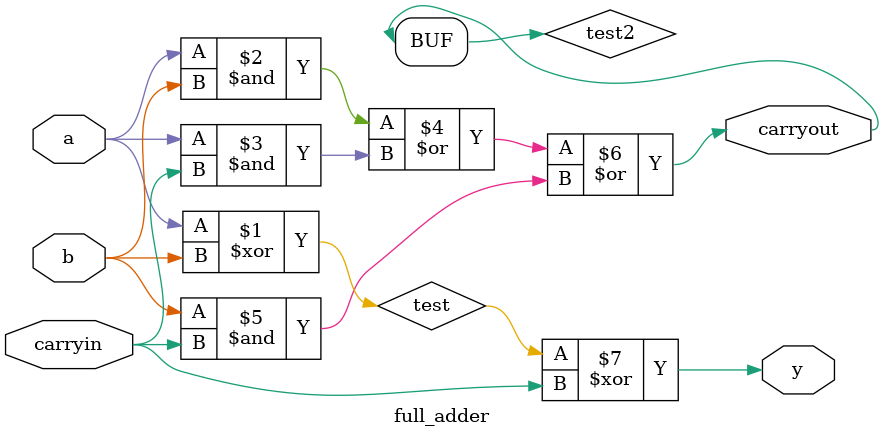
<source format=v>
module full_adder(y,carryout,a,b,carryin);
  output y, carryout;
  input a,b,carryin;

  wire test = a ^ b;
  wire test2;

  assign test2 = ( a & b ) | ( a & carryin ) | ( b & carryin );

  assign y = test ^ carryin;
  assign carryout = test2;

endmodule

</source>
